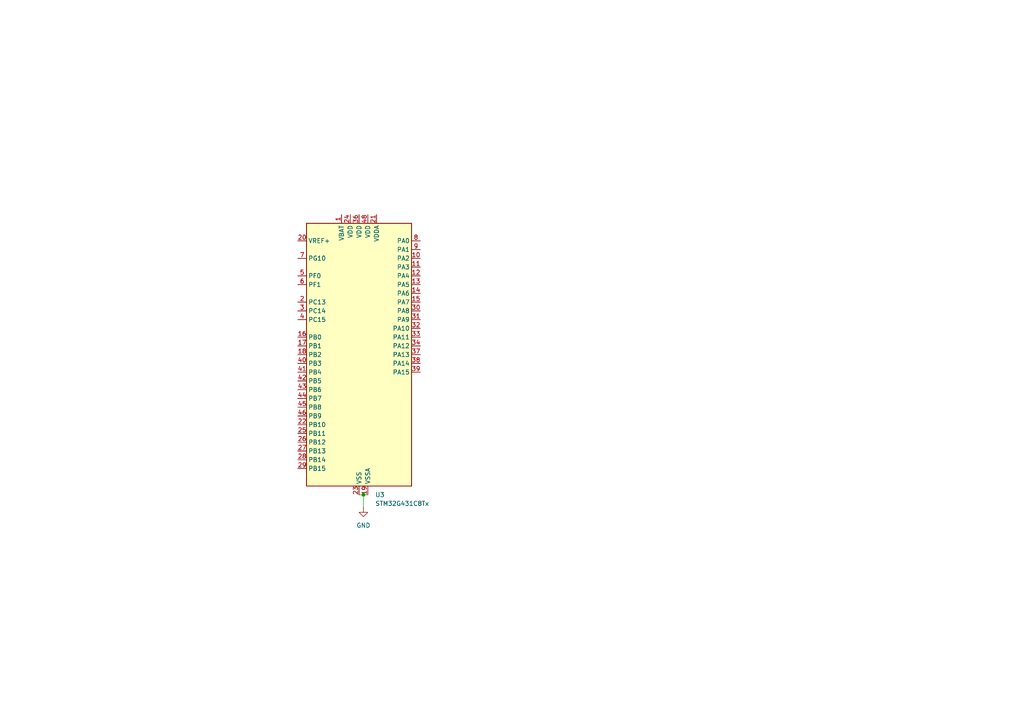
<source format=kicad_sch>
(kicad_sch (version 20250114) (generator "eeschema") (generator_version "9.0")
  (paper "A4")
  (lib_symbols
    (symbol "MCU_ST_STM32G4:STM32G431C8Tx"
      (property "Reference" "U" (at -15.24 39.37 0))
      (property "Value" "STM32G431C8Tx" (at 7.62 39.37 0))
      (symbol "STM32G431C8Tx_0_1"
        (rectangle (start -15.24 -38.1) (end 15.24 38.1) (stroke (width 0.254)) (fill (type background)))
      )
      (symbol "STM32G431C8Tx_1_1"
        (pin input line (at -17.78 33.02 0) (length 2.54) (name "VREF+") (number "20"))
        (pin bidirectional line (at -17.78 27.94 0) (length 2.54) (name "PG10") (number "7"))
        (pin bidirectional line (at -17.78 22.86 0) (length 2.54) (name "PF0") (number "5"))
        (pin bidirectional line (at -17.78 20.32 0) (length 2.54) (name "PF1") (number "6"))
        (pin bidirectional line (at -17.78 15.24 0) (length 2.54) (name "PC13") (number "2"))
        (pin bidirectional line (at -17.78 12.7 0) (length 2.54) (name "PC14") (number "3"))
        (pin bidirectional line (at -17.78 10.16 0) (length 2.54) (name "PC15") (number "4"))
        (pin bidirectional line (at -17.78 5.08 0) (length 2.54) (name "PB0") (number "16"))
        (pin bidirectional line (at -17.78 2.54 0) (length 2.54) (name "PB1") (number "17"))
        (pin bidirectional line (at -17.78 0 0) (length 2.54) (name "PB2") (number "18"))
        (pin bidirectional line (at -17.78 -2.54 0) (length 2.54) (name "PB3") (number "40"))
        (pin bidirectional line (at -17.78 -5.08 0) (length 2.54) (name "PB4") (number "41"))
        (pin bidirectional line (at -17.78 -7.62 0) (length 2.54) (name "PB5") (number "42"))
        (pin bidirectional line (at -17.78 -10.16 0) (length 2.54) (name "PB6") (number "43"))
        (pin bidirectional line (at -17.78 -12.7 0) (length 2.54) (name "PB7") (number "44"))
        (pin bidirectional line (at -17.78 -15.24 0) (length 2.54) (name "PB8") (number "45"))
        (pin bidirectional line (at -17.78 -17.78 0) (length 2.54) (name "PB9") (number "46"))
        (pin bidirectional line (at -17.78 -20.32 0) (length 2.54) (name "PB10") (number "22"))
        (pin bidirectional line (at -17.78 -22.86 0) (length 2.54) (name "PB11") (number "25"))
        (pin bidirectional line (at -17.78 -25.4 0) (length 2.54) (name "PB12") (number "26"))
        (pin bidirectional line (at -17.78 -27.94 0) (length 2.54) (name "PB13") (number "27"))
        (pin bidirectional line (at -17.78 -30.48 0) (length 2.54) (name "PB14") (number "28"))
        (pin bidirectional line (at -17.78 -33.02 0) (length 2.54) (name "PB15") (number "29"))
        (pin power_in line (at -5.08 40.64 270) (length 2.54) (name "VBAT") (number "1"))
        (pin power_in line (at -2.54 40.64 270) (length 2.54) (name "VDD") (number "24"))
        (pin power_in line (at 0 40.64 270) (length 2.54) (name "VDD") (number "36"))
        (pin power_in line (at 0 -40.64 90) (length 2.54) (name "VSS") (number "23"))
        (pin passive line (at 0 -40.64 90) (length 2.54) (hide yes) (name "VSS") (number "35"))
        (pin passive line (at 0 -40.64 90) (length 2.54) (hide yes) (name "VSS") (number "47"))
        (pin power_in line (at 2.54 40.64 270) (length 2.54) (name "VDD") (number "48"))
        (pin power_in line (at 2.54 -40.64 90) (length 2.54) (name "VSSA") (number "19"))
        (pin power_in line (at 5.08 40.64 270) (length 2.54) (name "VDDA") (number "21"))
        (pin bidirectional line (at 17.78 33.02 180) (length 2.54) (name "PA0") (number "8"))
        (pin bidirectional line (at 17.78 30.48 180) (length 2.54) (name "PA1") (number "9"))
        (pin bidirectional line (at 17.78 27.94 180) (length 2.54) (name "PA2") (number "10"))
        (pin bidirectional line (at 17.78 25.4 180) (length 2.54) (name "PA3") (number "11"))
        (pin bidirectional line (at 17.78 22.86 180) (length 2.54) (name "PA4") (number "12"))
        (pin bidirectional line (at 17.78 20.32 180) (length 2.54) (name "PA5") (number "13"))
        (pin bidirectional line (at 17.78 17.78 180) (length 2.54) (name "PA6") (number "14"))
        (pin bidirectional line (at 17.78 15.24 180) (length 2.54) (name "PA7") (number "15"))
        (pin bidirectional line (at 17.78 12.7 180) (length 2.54) (name "PA8") (number "30"))
        (pin bidirectional line (at 17.78 10.16 180) (length 2.54) (name "PA9") (number "31"))
        (pin bidirectional line (at 17.78 7.62 180) (length 2.54) (name "PA10") (number "32"))
        (pin bidirectional line (at 17.78 5.08 180) (length 2.54) (name "PA11") (number "33"))
        (pin bidirectional line (at 17.78 2.54 180) (length 2.54) (name "PA12") (number "34"))
        (pin bidirectional line (at 17.78 0 180) (length 2.54) (name "PA13") (number "37"))
        (pin bidirectional line (at 17.78 -2.54 180) (length 2.54) (name "PA14") (number "38"))
        (pin bidirectional line (at 17.78 -5.08 180) (length 2.54) (name "PA15") (number "39"))
      )
    )
    (symbol "power:GND" (power) (pin_numbers (hide yes)) (pin_names (offset 0) (hide yes))
      (property "Value" "GND" (at 0 -3.81 0))
      (symbol "GND_0_1"
        (polyline (pts (xy 0 0) (xy 0 -1.27) (xy 1.27 -1.27) (xy 0 -2.54) (xy -1.27 -1.27) (xy 0 -1.27)))
      )
      (symbol "GND_1_1"
        (pin power_in line (at 0 0 270) (length 0) (name "~") (number "1"))
      )
    )
  )
  (junction (at 105.41 143.51))
  (wire (pts (xy 105.41 143.51) (xy 106.68 143.51)))
  (wire (pts (xy 104.14 143.51) (xy 105.41 143.51)))
  (wire (pts (xy 105.41 143.51) (xy 105.41 147.32)))
  (symbol (lib_id "power:GND") (at 105.41 147.32 0) (unit 1)
    (property "Reference" "#PWR04" (effects (hide yes)))
    (property "Value" "GND" (at 105.41 152.4 0))
    (property "Description" "Power symbol creates a global label with name \"GND\" , ground" (effects (hide yes)))
  )
  (symbol (lib_id "MCU_ST_STM32G4:STM32G431C8Tx") (at 104.14 102.87 0) (unit 1)
    (property "Reference" "U3" (at 108.8233 143.51 0) (effects (justify left)))
    (property "Value" "STM32G431C8Tx" (at 108.8233 146.05 0) (effects (justify left)))
    (property "Footprint" "Package_QFP:LQFP-48_7x7mm_P0.5mm" (effects (hide yes)))
    (property "Datasheet" "https://www.st.com/resource/en/datasheet/stm32g431c8.pdf" (effects (hide yes)))
    (property "Description" "STMicroelectronics Arm Cortex-M4 MCU, 64KB flash, 32KB RAM, 170 MHz, 1.71-3.6V, 38 GPIO, LQFP48" (effects (hide yes)))
  )
)
</source>
